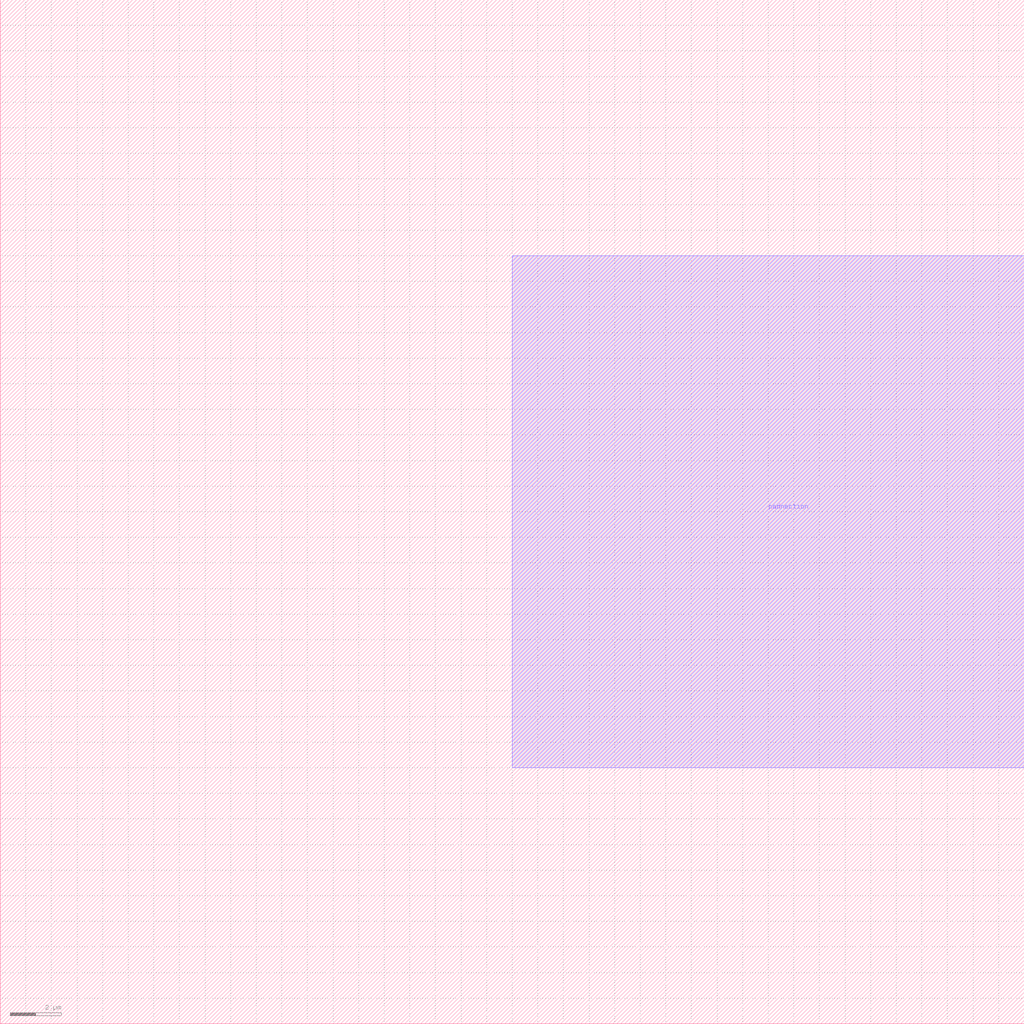
<source format=lef>
MACRO flush_hole_0
  CLASS PAD ;
  SIZE 40 BY 40 ;
  ORIGIN 0 0 ;
  PIN connection
    DIRECTION INOUT ;
    USE SIGNAL ;
    PORT
      LAYER met9 ;
        RECT 20 10 40 30 ;
    END
  END connection
  PIN pad
    DIRECTION INOUT ;
    USE SIGNAL ;
    PORT
      LAYER met10 ;
        RECT 20 10 40 30 ;
    END
  END pad
END flush_hole_0

</source>
